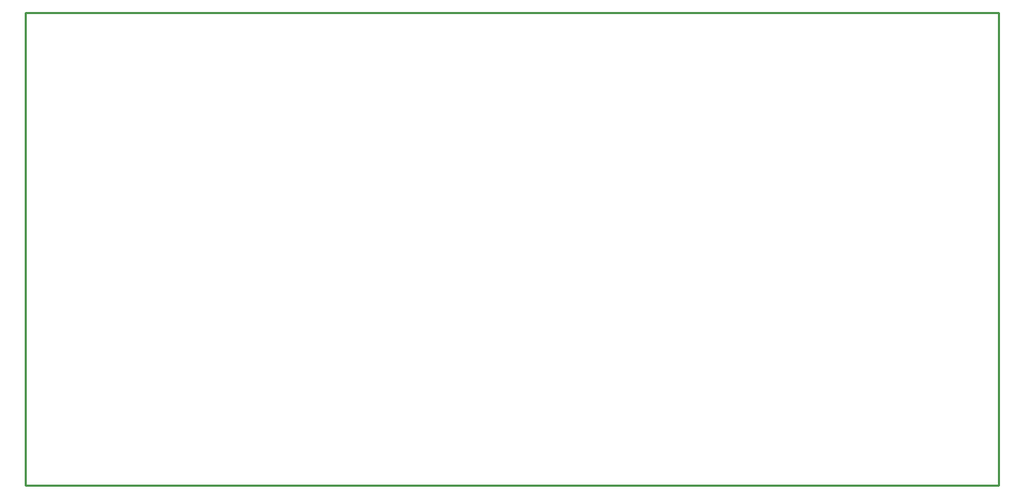
<source format=gbr>
%TF.GenerationSoftware,KiCad,Pcbnew,(6.0.5)*%
%TF.CreationDate,2022-05-28T08:12:23-07:00*%
%TF.ProjectId,Engine-Controller,456e6769-6e65-42d4-936f-6e74726f6c6c,1.0*%
%TF.SameCoordinates,Original*%
%TF.FileFunction,Profile,NP*%
%FSLAX46Y46*%
G04 Gerber Fmt 4.6, Leading zero omitted, Abs format (unit mm)*
G04 Created by KiCad (PCBNEW (6.0.5)) date 2022-05-28 08:12:23*
%MOMM*%
%LPD*%
G01*
G04 APERTURE LIST*
%TA.AperFunction,Profile*%
%ADD10C,0.254000*%
%TD*%
G04 APERTURE END LIST*
D10*
X86360000Y-95656400D02*
X203200000Y-95656400D01*
X203200000Y-152400000D02*
X86360000Y-152400000D01*
X86360000Y-152400000D02*
X86360000Y-95656400D01*
X203200000Y-152400000D02*
X203200000Y-95656400D01*
M02*

</source>
